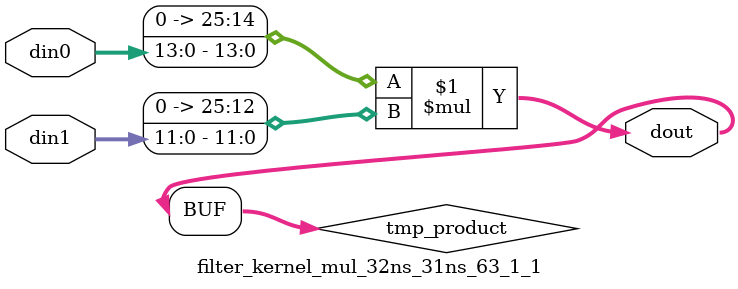
<source format=v>

`timescale 1 ns / 1 ps

 module filter_kernel_mul_32ns_31ns_63_1_1(din0, din1, dout);
parameter ID = 1;
parameter NUM_STAGE = 0;
parameter din0_WIDTH = 14;
parameter din1_WIDTH = 12;
parameter dout_WIDTH = 26;

input [din0_WIDTH - 1 : 0] din0; 
input [din1_WIDTH - 1 : 0] din1; 
output [dout_WIDTH - 1 : 0] dout;

wire signed [dout_WIDTH - 1 : 0] tmp_product;
























assign tmp_product = $signed({1'b0, din0}) * $signed({1'b0, din1});











assign dout = tmp_product;





















endmodule

</source>
